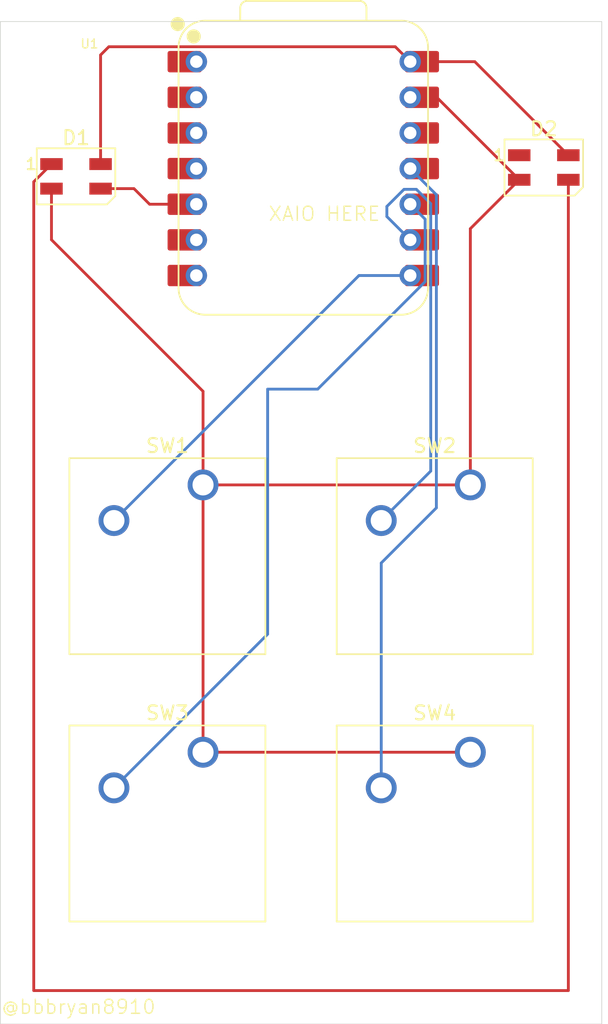
<source format=kicad_pcb>
(kicad_pcb (version 20241229) (generator "pcbnew") (generator_version "9.0")
  (layers (0 "F.Cu" signal) (2 "B.Cu" signal) (13 "F.Paste" user) (15 "B.Paste" user) (5 "F.SilkS" user "F.Silkscreen") (7 "B.SilkS" user "B.Silkscreen") (1 "F.Mask" user) (3 "B.Mask" user) (25 "Edge.Cuts" user))
  (net 0 "")
  (net 1 "Net-(D1-DIN)")
  (net 2 "+5V")
  (net 3 "Net-(D1-DOUT)")
  (net 4 "GND")
  (net 6 "Net-(U1-GPIO1{slash}RX)")
  (net 7 "Net-(U1-GPIO2{slash}SCK)")
  (net 8 "Net-(U1-GPIO4{slash}MISO)")
  (net 9 "Net-(U1-GPIO3{slash}MOSI)")
  (footprint "Button_Switch_Keyboard:SW_Cherry_MX_1.00u_PCB" (layer "F.Cu") (at 185.89625 56.8325)
    (property "Reference" "SW2" (at -2.54 -2.794 0) (layer "F.SilkS"))
    (property "Value" "SW_Push")
    (fp_line (start -9.525 -1.905) (end 4.445 -1.905) (stroke (width 0.12)) (layer "F.SilkS"))
    (fp_line (start -9.525 12.065) (end -9.525 -1.905) (stroke (width 0.12)) (layer "F.SilkS"))
    (fp_line (start 4.445 -1.905) (end 4.445 12.065) (stroke (width 0.12)) (layer "F.SilkS"))
    (fp_line (start 4.445 12.065) (end -9.525 12.065) (stroke (width 0.12)) (layer "F.SilkS"))
    (pad "" np_thru_hole circle (at -7.62 5.08) (size 1.7 1.7) (drill 1.7) (layers "*.Cu" "*.Mask"))
    (pad "" np_thru_hole circle (at -2.54 5.08) (size 4 4) (drill 4) (layers "*.Cu" "*.Mask"))
    (pad "" np_thru_hole circle (at 2.54 5.08) (size 1.7 1.7) (drill 1.7) (layers "*.Cu" "*.Mask"))
    (pad "1" thru_hole circle (at 0 0) (size 2.2 2.2) (drill 1.5) (layers "*.Cu" "*.Mask") (net 4 "GND"))
    (pad "2" thru_hole circle (at -6.35 2.54) (size 2.2 2.2) (drill 1.5) (layers "*.Cu" "*.Mask") (net 7 "Net-(U1-GPIO2{slash}SCK)"))
  )
  (footprint "LED_SMD:LED_SK6812MINI_PLCC4_3.5x3.5mm_P1.75mm" (layer "F.Cu") (at 157.79375 34.84375)
    (property "Reference" "D1" (at 0 -2.75 0) (layer "F.SilkS"))
    (property "Value" "SK6812MINI")
    (fp_line (start -2.8 -2) (end -2.8 2) (stroke (width 0.12)) (layer "F.SilkS"))
    (fp_line (start -2.8 -2) (end 2.8 -2) (stroke (width 0.12)) (layer "F.SilkS"))
    (fp_line (start -2.8 2) (end 2.2 2) (stroke (width 0.12)) (layer "F.SilkS"))
    (fp_line (start 2.8 1.4) (end 2.2 2) (stroke (width 0.12)) (layer "F.SilkS"))
    (fp_line (start 2.8 1.4) (end 2.8 -2) (stroke (width 0.12)) (layer "F.SilkS"))
    (fp_text user "1" (at -3.2 -0.875 0) (layer "F.SilkS") (effects (font (size 0.8 0.8))))
    (pad "1" smd rect (at -1.75 -0.875) (size 1.6 0.85) (layers "F.Cu" "F.Mask" "F.Paste") (net 3 "Net-(D1-DOUT)"))
    (pad "2" smd rect (at -1.75 0.875) (size 1.6 0.85) (layers "F.Cu" "F.Mask" "F.Paste") (net 4 "GND"))
    (pad "3" smd rect (at 1.75 0.875) (size 1.6 0.85) (layers "F.Cu" "F.Mask" "F.Paste") (net 1 "Net-(D1-DIN)"))
    (pad "4" smd rect (at 1.75 -0.875) (size 1.6 0.85) (layers "F.Cu" "F.Mask" "F.Paste") (net 2 "+5V"))
  )
  (footprint "LED_SMD:LED_SK6812MINI_PLCC4_3.5x3.5mm_P1.75mm" (layer "F.Cu") (at 191.13125 34.2125)
    (property "Reference" "D2" (at 0 -2.75 0) (layer "F.SilkS"))
    (property "Value" "SK6812MINI")
    (fp_line (start -2.8 -2) (end -2.8 2) (stroke (width 0.12)) (layer "F.SilkS"))
    (fp_line (start -2.8 -2) (end 2.8 -2) (stroke (width 0.12)) (layer "F.SilkS"))
    (fp_line (start -2.8 2) (end 2.2 2) (stroke (width 0.12)) (layer "F.SilkS"))
    (fp_line (start 2.8 1.4) (end 2.2 2) (stroke (width 0.12)) (layer "F.SilkS"))
    (fp_line (start 2.8 1.4) (end 2.8 -2) (stroke (width 0.12)) (layer "F.SilkS"))
    (fp_text user "1" (at -3.2 -0.875 0) (layer "F.SilkS") (effects (font (size 0.8 0.8))))
    (pad "1" smd rect (at -1.75 -0.875) (size 1.6 0.85) (layers "F.Cu" "F.Mask" "F.Paste"))
    (pad "2" smd rect (at -1.75 0.875) (size 1.6 0.85) (layers "F.Cu" "F.Mask" "F.Paste") (net 4 "GND"))
    (pad "3" smd rect (at 1.75 0.875) (size 1.6 0.85) (layers "F.Cu" "F.Mask" "F.Paste") (net 3 "Net-(D1-DOUT)"))
    (pad "4" smd rect (at 1.75 -0.875) (size 1.6 0.85) (layers "F.Cu" "F.Mask" "F.Paste") (net 2 "+5V"))
  )
  (footprint "Button_Switch_Keyboard:SW_Cherry_MX_1.00u_PCB" (layer "F.Cu") (at 185.89625 75.8825)
    (property "Reference" "SW4" (at -2.54 -2.794 0) (layer "F.SilkS"))
    (property "Value" "SW_Push")
    (fp_line (start -9.525 -1.905) (end 4.445 -1.905) (stroke (width 0.12)) (layer "F.SilkS"))
    (fp_line (start -9.525 12.065) (end -9.525 -1.905) (stroke (width 0.12)) (layer "F.SilkS"))
    (fp_line (start 4.445 -1.905) (end 4.445 12.065) (stroke (width 0.12)) (layer "F.SilkS"))
    (fp_line (start 4.445 12.065) (end -9.525 12.065) (stroke (width 0.12)) (layer "F.SilkS"))
    (pad "" np_thru_hole circle (at -7.62 5.08) (size 1.7 1.7) (drill 1.7) (layers "*.Cu" "*.Mask"))
    (pad "" np_thru_hole circle (at -2.54 5.08) (size 4 4) (drill 4) (layers "*.Cu" "*.Mask"))
    (pad "" np_thru_hole circle (at 2.54 5.08) (size 1.7 1.7) (drill 1.7) (layers "*.Cu" "*.Mask"))
    (pad "1" thru_hole circle (at 0 0) (size 2.2 2.2) (drill 1.5) (layers "*.Cu" "*.Mask") (net 4 "GND"))
    (pad "2" thru_hole circle (at -6.35 2.54) (size 2.2 2.2) (drill 1.5) (layers "*.Cu" "*.Mask") (net 9 "Net-(U1-GPIO3{slash}MOSI)"))
  )
  (footprint "Button_Switch_Keyboard:SW_Cherry_MX_1.00u_PCB" (layer "F.Cu") (at 166.84625 56.8325)
    (property "Reference" "SW1" (at -2.54 -2.794 0) (layer "F.SilkS"))
    (property "Value" "SW_Push")
    (fp_line (start -9.525 -1.905) (end 4.445 -1.905) (stroke (width 0.12)) (layer "F.SilkS"))
    (fp_line (start -9.525 12.065) (end -9.525 -1.905) (stroke (width 0.12)) (layer "F.SilkS"))
    (fp_line (start 4.445 -1.905) (end 4.445 12.065) (stroke (width 0.12)) (layer "F.SilkS"))
    (fp_line (start 4.445 12.065) (end -9.525 12.065) (stroke (width 0.12)) (layer "F.SilkS"))
    (pad "" np_thru_hole circle (at -7.62 5.08) (size 1.7 1.7) (drill 1.7) (layers "*.Cu" "*.Mask"))
    (pad "" np_thru_hole circle (at -2.54 5.08) (size 4 4) (drill 4) (layers "*.Cu" "*.Mask"))
    (pad "" np_thru_hole circle (at 2.54 5.08) (size 1.7 1.7) (drill 1.7) (layers "*.Cu" "*.Mask"))
    (pad "1" thru_hole circle (at 0 0) (size 2.2 2.2) (drill 1.5) (layers "*.Cu" "*.Mask") (net 4 "GND"))
    (pad "2" thru_hole circle (at -6.35 2.54) (size 2.2 2.2) (drill 1.5) (layers "*.Cu" "*.Mask") (net 6 "Net-(U1-GPIO1{slash}RX)"))
  )
  (footprint "Button_Switch_Keyboard:SW_Cherry_MX_1.00u_PCB" (layer "F.Cu") (at 166.84625 75.8825)
    (property "Reference" "SW3" (at -2.54 -2.794 0) (layer "F.SilkS"))
    (property "Value" "SW_Push")
    (fp_line (start -9.525 -1.905) (end 4.445 -1.905) (stroke (width 0.12)) (layer "F.SilkS"))
    (fp_line (start -9.525 12.065) (end -9.525 -1.905) (stroke (width 0.12)) (layer "F.SilkS"))
    (fp_line (start 4.445 -1.905) (end 4.445 12.065) (stroke (width 0.12)) (layer "F.SilkS"))
    (fp_line (start 4.445 12.065) (end -9.525 12.065) (stroke (width 0.12)) (layer "F.SilkS"))
    (pad "" np_thru_hole circle (at -7.62 5.08) (size 1.7 1.7) (drill 1.7) (layers "*.Cu" "*.Mask"))
    (pad "" np_thru_hole circle (at -2.54 5.08) (size 4 4) (drill 4) (layers "*.Cu" "*.Mask"))
    (pad "" np_thru_hole circle (at 2.54 5.08) (size 1.7 1.7) (drill 1.7) (layers "*.Cu" "*.Mask"))
    (pad "1" thru_hole circle (at 0 0) (size 2.2 2.2) (drill 1.5) (layers "*.Cu" "*.Mask") (net 4 "GND"))
    (pad "2" thru_hole circle (at -6.35 2.54) (size 2.2 2.2) (drill 1.5) (layers "*.Cu" "*.Mask") (net 8 "Net-(U1-GPIO4{slash}MISO)"))
  )
  (footprint "footprint:XIAO-RP2040-DIP" (layer "F.Cu") (at 173.99 34.29)
    (property "Reference" "U1" (at -15.24 -8.89 0) (layer "F.SilkS") (effects (font (size 0.635 0.635) (thickness 0.1016))))
    (property "Value" "XIAO-RP2040-DIP")
    (fp_line (start -8.89 8.509) (end -8.89 -8.636) (stroke (width 0.127)) (layer "F.SilkS"))
    (fp_line (start -6.985 10.414) (end 6.985 10.414) (stroke (width 0.127)) (layer "F.SilkS"))
    (fp_line (start -4.495 -10.541) (end -4.491272 -11.451272) (stroke (width 0.127)) (layer "F.SilkS"))
    (fp_line (start -3.991272 -11.951) (end 4.004 -11.951) (stroke (width 0.127)) (layer "F.SilkS"))
    (fp_line (start 4.504 -11.451) (end 4.504 -10.541) (stroke (width 0.127)) (layer "F.SilkS"))
    (fp_line (start 6.985 -10.541) (end -6.985 -10.541) (stroke (width 0.1)) (layer "F.SilkS"))
    (fp_line (start 6.985 -10.541) (end -6.985 -10.541) (stroke (width 0.127)) (layer "F.SilkS"))
    (fp_line (start 8.89 8.509) (end 8.89 -8.636) (stroke (width 0.127)) (layer "F.SilkS"))
    (fp_arc (start -8.89 -8.636) (mid -8.332038 -9.983038) (end -6.985 -10.541) (stroke (width 0.127)) (layer "F.SilkS"))
    (fp_arc (start -6.985 10.414) (mid -8.332038 9.856038) (end -8.89 8.509) (stroke (width 0.127)) (layer "F.SilkS"))
    (fp_arc (start -4.491272 -11.451272) (mid -4.344728 -11.80464) (end -3.991272 -11.951) (stroke (width 0.127)) (layer "F.SilkS"))
    (fp_arc (start 4.004 -11.951) (mid 4.357553 -11.804553) (end 4.504 -11.451) (stroke (width 0.127)) (layer "F.SilkS"))
    (fp_arc (start 6.985 -10.541) (mid 8.332038 -9.983038) (end 8.89 -8.636) (stroke (width 0.127)) (layer "F.SilkS"))
    (fp_arc (start 8.89 8.509) (mid 8.332038 9.856038) (end 6.985 10.414) (stroke (width 0.127)) (layer "F.SilkS"))
    (fp_circle (center -8.95 -10.3) (end -8.95 -10.554) (stroke (width 0.5)) (fill yes) (layer "F.SilkS"))
    (fp_circle (center -7.807 -9.42) (end -7.807 -9.674) (stroke (width 0.5)) (fill yes) (layer "F.SilkS"))
    (pad "1" smd roundrect (at -8.455 -7.62 180) (size 2.432 1.524) (layers "F.Cu" "F.Mask") (roundrect_rratio 0.1))
    (pad "1" thru_hole circle (at -7.62 -7.62 180) (size 1.524 1.524) (drill 0.889) (layers "*.Cu" "*.Mask"))
    (pad "2" smd roundrect (at -8.455 -5.08 180) (size 2.432 1.524) (layers "F.Cu" "F.Mask") (roundrect_rratio 0.1))
    (pad "2" thru_hole circle (at -7.62 -5.08 180) (size 1.524 1.524) (drill 0.889) (layers "*.Cu" "*.Mask"))
    (pad "3" smd roundrect (at -8.455 -2.54 180) (size 2.432 1.524) (layers "F.Cu" "F.Mask") (roundrect_rratio 0.1))
    (pad "3" thru_hole circle (at -7.62 -2.54 180) (size 1.524 1.524) (drill 0.889) (layers "*.Cu" "*.Mask"))
    (pad "4" smd roundrect (at -8.455 0 180) (size 2.432 1.524) (layers "F.Cu" "F.Mask") (roundrect_rratio 0.1))
    (pad "4" thru_hole circle (at -7.62 0 180) (size 1.524 1.524) (drill 0.889) (layers "*.Cu" "*.Mask"))
    (pad "5" smd roundrect (at -8.455 2.54 180) (size 2.432 1.524) (layers "F.Cu" "F.Mask") (roundrect_rratio 0.1) (net 1 "Net-(D1-DIN)"))
    (pad "5" thru_hole circle (at -7.62 2.54 180) (size 1.524 1.524) (drill 0.889) (layers "*.Cu" "*.Mask") (net 1 "Net-(D1-DIN)"))
    (pad "6" smd roundrect (at -8.455 5.08 180) (size 2.432 1.524) (layers "F.Cu" "F.Mask") (roundrect_rratio 0.1))
    (pad "6" thru_hole circle (at -7.62 5.08 180) (size 1.524 1.524) (drill 0.889) (layers "*.Cu" "*.Mask"))
    (pad "7" smd roundrect (at -8.455 7.62 180) (size 2.432 1.524) (layers "F.Cu" "F.Mask") (roundrect_rratio 0.1))
    (pad "7" thru_hole circle (at -7.62 7.62 180) (size 1.524 1.524) (drill 0.889) (layers "*.Cu" "*.Mask"))
    (pad "8" thru_hole circle (at 7.62 7.62) (size 1.524 1.524) (drill 0.889) (layers "*.Cu" "*.Mask") (net 6 "Net-(U1-GPIO1{slash}RX)"))
    (pad "8" smd roundrect (at 8.455 7.62) (size 2.432 1.524) (layers "F.Cu" "F.Mask") (roundrect_rratio 0.1) (net 6 "Net-(U1-GPIO1{slash}RX)"))
    (pad "9" thru_hole circle (at 7.62 5.08) (size 1.524 1.524) (drill 0.889) (layers "*.Cu" "*.Mask") (net 7 "Net-(U1-GPIO2{slash}SCK)"))
    (pad "9" smd roundrect (at 8.455 5.08) (size 2.432 1.524) (layers "F.Cu" "F.Mask") (roundrect_rratio 0.1) (net 7 "Net-(U1-GPIO2{slash}SCK)"))
    (pad "10" thru_hole circle (at 7.62 2.54) (size 1.524 1.524) (drill 0.889) (layers "*.Cu" "*.Mask") (net 8 "Net-(U1-GPIO4{slash}MISO)"))
    (pad "10" smd roundrect (at 8.455 2.54) (size 2.432 1.524) (layers "F.Cu" "F.Mask") (roundrect_rratio 0.1) (net 8 "Net-(U1-GPIO4{slash}MISO)"))
    (pad "11" thru_hole circle (at 7.62 0) (size 1.524 1.524) (drill 0.889) (layers "*.Cu" "*.Mask") (net 9 "Net-(U1-GPIO3{slash}MOSI)"))
    (pad "11" smd roundrect (at 8.455 0) (size 2.432 1.524) (layers "F.Cu" "F.Mask") (roundrect_rratio 0.1) (net 9 "Net-(U1-GPIO3{slash}MOSI)"))
    (pad "12" thru_hole circle (at 7.62 -2.54) (size 1.524 1.524) (drill 0.889) (layers "*.Cu" "*.Mask"))
    (pad "12" smd roundrect (at 8.455 -2.54) (size 2.432 1.524) (layers "F.Cu" "F.Mask") (roundrect_rratio 0.1))
    (pad "13" thru_hole circle (at 7.62 -5.08) (size 1.524 1.524) (drill 0.889) (layers "*.Cu" "*.Mask") (net 4 "GND"))
    (pad "13" smd roundrect (at 8.455 -5.08) (size 2.432 1.524) (layers "F.Cu" "F.Mask") (roundrect_rratio 0.1) (net 4 "GND"))
    (pad "14" thru_hole circle (at 7.62 -7.62) (size 1.524 1.524) (drill 0.889) (layers "*.Cu" "*.Mask") (net 2 "+5V"))
    (pad "14" smd roundrect (at 8.455 -7.62) (size 2.432 1.524) (layers "F.Cu" "F.Mask") (roundrect_rratio 0.1) (net 2 "+5V"))
  )
  (gr_rect (start 152.4 23.8125) (end 195.2625 95.25) (stroke (width 0.05)) (fill no) (layer "Edge.Cuts"))
  (gr_text "@bbbryan8910" (at 152.4 94.615 0) (layer "F.SilkS") (effects (font (size 1 1) (thickness 0.1)) (justify left bottom)))
  (gr_text "XAIO HERE" (at 171.45 38.1 0) (layer "F.SilkS") (effects (font (size 1 1) (thickness 0.1)) (justify left bottom)))
  (segment (start 161.925 35.71875) (end 163.03625 36.83) (width 0.2) (layer "F.Cu") (net 1))
  (segment (start 159.54375 35.71875) (end 161.925 35.71875) (width 0.2) (layer "F.Cu") (net 1))
  (segment (start 163.03625 36.83) (end 166.37 36.83) (width 0.2) (layer "F.Cu") (net 1))
  (segment (start 180.547 25.607) (end 181.61 26.67) (width 0.2) (layer "F.Cu") (net 2))
  (segment (start 192.88125 33.3375) (end 186.21375 26.67) (width 0.2) (layer "F.Cu") (net 2))
  (segment (start 186.21375 26.67) (end 182.445 26.67) (width 0.2) (layer "F.Cu") (net 2))
  (segment (start 159.54375 26.19375) (end 160.1305 25.607) (width 0.2) (layer "F.Cu") (net 2))
  (segment (start 159.54375 33.96875) (end 159.54375 26.19375) (width 0.2) (layer "F.Cu") (net 2))
  (segment (start 160.1305 25.607) (end 180.547 25.607) (width 0.2) (layer "F.Cu") (net 2))
  (segment (start 154.78125 92.86875) (end 192.88125 92.86875) (width 0.2) (layer "F.Cu") (net 3))
  (segment (start 156.04375 33.96875) (end 154.78125 35.23125) (width 0.2) (layer "F.Cu") (net 3))
  (segment (start 154.78125 35.23125) (end 154.78125 92.86875) (width 0.2) (layer "F.Cu") (net 3))
  (segment (start 192.88125 92.86875) (end 192.88125 35.0875) (width 0.2) (layer "F.Cu") (net 3))
  (segment (start 185.89625 56.8325) (end 185.89625 38.5725) (width 0.2) (layer "F.Cu") (net 4))
  (segment (start 166.84625 75.8825) (end 166.84625 56.8325) (width 0.2) (layer "F.Cu") (net 4))
  (segment (start 181.61 29.21) (end 183.50375 29.21) (width 0.2) (layer "F.Cu") (net 4))
  (segment (start 183.50375 29.21) (end 189.38125 35.0875) (width 0.2) (layer "F.Cu") (net 4))
  (segment (start 156.04375 39.3625) (end 156.04375 35.71875) (width 0.2) (layer "F.Cu") (net 4))
  (segment (start 166.84625 50.165) (end 156.04375 39.3625) (width 0.2) (layer "F.Cu") (net 4))
  (segment (start 166.84625 56.8325) (end 185.89625 56.8325) (width 0.2) (layer "F.Cu") (net 4))
  (segment (start 185.89625 38.5725) (end 189.38125 35.0875) (width 0.2) (layer "F.Cu") (net 4))
  (segment (start 166.84625 56.8325) (end 166.84625 50.165) (width 0.2) (layer "F.Cu") (net 4))
  (segment (start 166.84625 75.8825) (end 185.89625 75.8825) (width 0.2) (layer "F.Cu") (net 4))
  (segment (start 177.95875 41.91) (end 181.61 41.91) (width 0.2) (layer "B.Cu") (net 6))
  (segment (start 160.49625 59.3725) (end 177.95875 41.91) (width 0.2) (layer "B.Cu") (net 6))
  (segment (start 182.05031 35.767) (end 181.16969 35.767) (width 0.2) (layer "B.Cu") (net 7))
  (segment (start 179.54625 59.3725) (end 183.074 55.84475) (width 0.2) (layer "B.Cu") (net 7))
  (segment (start 179.94725 37.70725) (end 181.61 39.37) (width 0.2) (layer "B.Cu") (net 7))
  (segment (start 181.16969 35.767) (end 179.94725 36.98944) (width 0.2) (layer "B.Cu") (net 7))
  (segment (start 183.074 55.84475) (end 183.074 36.79069) (width 0.2) (layer "B.Cu") (net 7))
  (segment (start 179.94725 36.98944) (end 179.94725 37.70725) (width 0.2) (layer "B.Cu") (net 7))
  (segment (start 183.074 36.79069) (end 182.05031 35.767) (width 0.2) (layer "B.Cu") (net 7))
  (segment (start 175.01706 50.00625) (end 182.673 42.35031) (width 0.2) (layer "B.Cu") (net 8))
  (segment (start 160.49625 78.4225) (end 171.45 67.46875) (width 0.2) (layer "B.Cu") (net 8))
  (segment (start 171.45 67.46875) (end 171.45 50.00625) (width 0.2) (layer "B.Cu") (net 8))
  (segment (start 182.673 42.35031) (end 182.673 37.893) (width 0.2) (layer "B.Cu") (net 8))
  (segment (start 171.45 50.00625) (end 175.01706 50.00625) (width 0.2) (layer "B.Cu") (net 8))
  (segment (start 182.673 37.893) (end 181.61 36.83) (width 0.2) (layer "B.Cu") (net 8))
  (segment (start 179.54625 62.397684) (end 183.475 58.468934) (width 0.2) (layer "B.Cu") (net 9))
  (segment (start 183.475 58.468934) (end 183.475 36.155) (width 0.2) (layer "B.Cu") (net 9))
  (segment (start 179.54625 78.4225) (end 179.54625 62.397684) (width 0.2) (layer "B.Cu") (net 9))
  (segment (start 183.475 36.155) (end 181.61 34.29) (width 0.2) (layer "B.Cu") (net 9))
)
</source>
